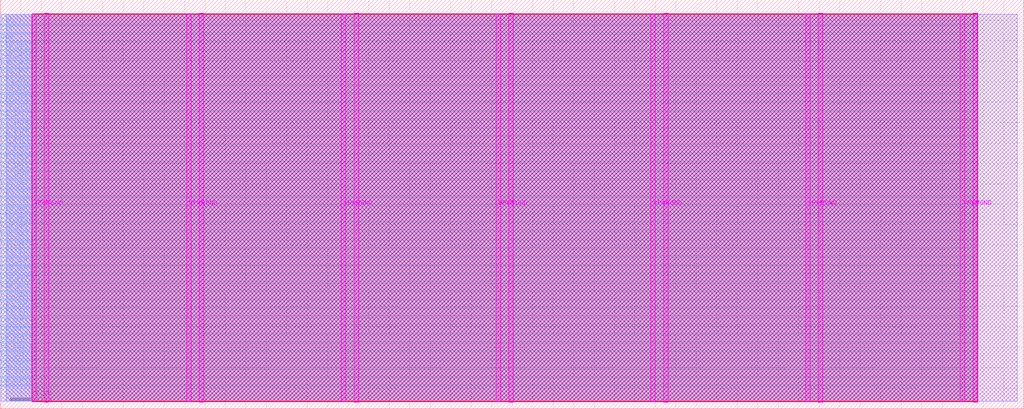
<source format=lef>
VERSION 5.7 ;
  NOWIREEXTENSIONATPIN ON ;
  DIVIDERCHAR "/" ;
  BUSBITCHARS "[]" ;
MACRO heichips25_template
  CLASS BLOCK ;
  FOREIGN heichips25_template ;
  ORIGIN 0.000 0.000 ;
  SIZE 500.000 BY 200.000 ;
  PIN VGND
    DIRECTION INOUT ;
    USE GROUND ;
    PORT
      LAYER TopMetal1 ;
        RECT 21.580 3.150 23.780 193.410 ;
    END
    PORT
      LAYER TopMetal1 ;
        RECT 97.180 3.150 99.380 193.410 ;
    END
    PORT
      LAYER TopMetal1 ;
        RECT 172.780 3.150 174.980 193.410 ;
    END
    PORT
      LAYER TopMetal1 ;
        RECT 248.380 3.150 250.580 193.410 ;
    END
    PORT
      LAYER TopMetal1 ;
        RECT 323.980 3.150 326.180 193.410 ;
    END
    PORT
      LAYER TopMetal1 ;
        RECT 399.580 3.150 401.780 193.410 ;
    END
    PORT
      LAYER TopMetal1 ;
        RECT 475.180 3.150 477.380 193.410 ;
    END
  END VGND
  PIN VPWR
    DIRECTION INOUT ;
    USE POWER ;
    PORT
      LAYER TopMetal1 ;
        RECT 15.380 3.560 17.580 193.000 ;
    END
    PORT
      LAYER TopMetal1 ;
        RECT 90.980 3.560 93.180 193.000 ;
    END
    PORT
      LAYER TopMetal1 ;
        RECT 166.580 3.560 168.780 193.000 ;
    END
    PORT
      LAYER TopMetal1 ;
        RECT 242.180 3.560 244.380 193.000 ;
    END
    PORT
      LAYER TopMetal1 ;
        RECT 317.780 3.560 319.980 193.000 ;
    END
    PORT
      LAYER TopMetal1 ;
        RECT 393.380 3.560 395.580 193.000 ;
    END
    PORT
      LAYER TopMetal1 ;
        RECT 468.980 3.560 471.180 193.000 ;
    END
  END VPWR
  PIN clk
    DIRECTION INPUT ;
    USE SIGNAL ;
    ANTENNAGATEAREA 0.725400 ;
    PORT
      LAYER Metal3 ;
        RECT 0.000 183.340 0.400 183.740 ;
    END
  END clk
  PIN ena
    DIRECTION INPUT ;
    USE SIGNAL ;
    PORT
      LAYER Metal3 ;
        RECT 0.000 179.140 0.400 179.540 ;
    END
  END ena
  PIN rst_n
    DIRECTION INPUT ;
    USE SIGNAL ;
    ANTENNAGATEAREA 0.725400 ;
    PORT
      LAYER Metal3 ;
        RECT 0.000 187.540 0.400 187.940 ;
    END
  END rst_n
  PIN ui_in[0]
    DIRECTION INPUT ;
    USE SIGNAL ;
    PORT
      LAYER Metal3 ;
        RECT 0.000 111.940 0.400 112.340 ;
    END
  END ui_in[0]
  PIN ui_in[1]
    DIRECTION INPUT ;
    USE SIGNAL ;
    ANTENNAGATEAREA 0.213200 ;
    PORT
      LAYER Metal3 ;
        RECT 0.000 116.140 0.400 116.540 ;
    END
  END ui_in[1]
  PIN ui_in[2]
    DIRECTION INPUT ;
    USE SIGNAL ;
    ANTENNAGATEAREA 0.213200 ;
    PORT
      LAYER Metal3 ;
        RECT 0.000 120.340 0.400 120.740 ;
    END
  END ui_in[2]
  PIN ui_in[3]
    DIRECTION INPUT ;
    USE SIGNAL ;
    ANTENNAGATEAREA 0.213200 ;
    PORT
      LAYER Metal3 ;
        RECT 0.000 124.540 0.400 124.940 ;
    END
  END ui_in[3]
  PIN ui_in[4]
    DIRECTION INPUT ;
    USE SIGNAL ;
    ANTENNAGATEAREA 0.213200 ;
    PORT
      LAYER Metal3 ;
        RECT 0.000 128.740 0.400 129.140 ;
    END
  END ui_in[4]
  PIN ui_in[5]
    DIRECTION INPUT ;
    USE SIGNAL ;
    ANTENNAGATEAREA 0.213200 ;
    PORT
      LAYER Metal3 ;
        RECT 0.000 132.940 0.400 133.340 ;
    END
  END ui_in[5]
  PIN ui_in[6]
    DIRECTION INPUT ;
    USE SIGNAL ;
    ANTENNAGATEAREA 0.213200 ;
    PORT
      LAYER Metal3 ;
        RECT 0.000 137.140 0.400 137.540 ;
    END
  END ui_in[6]
  PIN ui_in[7]
    DIRECTION INPUT ;
    USE SIGNAL ;
    ANTENNAGATEAREA 0.213200 ;
    PORT
      LAYER Metal3 ;
        RECT 0.000 141.340 0.400 141.740 ;
    END
  END ui_in[7]
  PIN uio_in[0]
    DIRECTION INPUT ;
    USE SIGNAL ;
    ANTENNAGATEAREA 0.180700 ;
    PORT
      LAYER Metal3 ;
        RECT 0.000 145.540 0.400 145.940 ;
    END
  END uio_in[0]
  PIN uio_in[1]
    DIRECTION INPUT ;
    USE SIGNAL ;
    ANTENNAGATEAREA 0.180700 ;
    PORT
      LAYER Metal3 ;
        RECT 0.000 149.740 0.400 150.140 ;
    END
  END uio_in[1]
  PIN uio_in[2]
    DIRECTION INPUT ;
    USE SIGNAL ;
    ANTENNAGATEAREA 0.180700 ;
    PORT
      LAYER Metal3 ;
        RECT 0.000 153.940 0.400 154.340 ;
    END
  END uio_in[2]
  PIN uio_in[3]
    DIRECTION INPUT ;
    USE SIGNAL ;
    ANTENNAGATEAREA 0.180700 ;
    PORT
      LAYER Metal3 ;
        RECT 0.000 158.140 0.400 158.540 ;
    END
  END uio_in[3]
  PIN uio_in[4]
    DIRECTION INPUT ;
    USE SIGNAL ;
    ANTENNAGATEAREA 0.213200 ;
    PORT
      LAYER Metal3 ;
        RECT 0.000 162.340 0.400 162.740 ;
    END
  END uio_in[4]
  PIN uio_in[5]
    DIRECTION INPUT ;
    USE SIGNAL ;
    ANTENNAGATEAREA 0.213200 ;
    PORT
      LAYER Metal3 ;
        RECT 0.000 166.540 0.400 166.940 ;
    END
  END uio_in[5]
  PIN uio_in[6]
    DIRECTION INPUT ;
    USE SIGNAL ;
    ANTENNAGATEAREA 0.213200 ;
    PORT
      LAYER Metal3 ;
        RECT 0.000 170.740 0.400 171.140 ;
    END
  END uio_in[6]
  PIN uio_in[7]
    DIRECTION INPUT ;
    USE SIGNAL ;
    ANTENNAGATEAREA 0.213200 ;
    PORT
      LAYER Metal3 ;
        RECT 0.000 174.940 0.400 175.340 ;
    END
  END uio_in[7]
  PIN uio_oe[0]
    DIRECTION OUTPUT ;
    USE SIGNAL ;
    ANTENNADIFFAREA 0.392700 ;
    PORT
      LAYER Metal3 ;
        RECT 0.000 78.340 0.400 78.740 ;
    END
  END uio_oe[0]
  PIN uio_oe[1]
    DIRECTION OUTPUT ;
    USE SIGNAL ;
    ANTENNADIFFAREA 0.392700 ;
    PORT
      LAYER Metal3 ;
        RECT 0.000 82.540 0.400 82.940 ;
    END
  END uio_oe[1]
  PIN uio_oe[2]
    DIRECTION OUTPUT ;
    USE SIGNAL ;
    ANTENNADIFFAREA 0.392700 ;
    PORT
      LAYER Metal3 ;
        RECT 0.000 86.740 0.400 87.140 ;
    END
  END uio_oe[2]
  PIN uio_oe[3]
    DIRECTION OUTPUT ;
    USE SIGNAL ;
    ANTENNADIFFAREA 0.392700 ;
    PORT
      LAYER Metal3 ;
        RECT 0.000 90.940 0.400 91.340 ;
    END
  END uio_oe[3]
  PIN uio_oe[4]
    DIRECTION OUTPUT ;
    USE SIGNAL ;
    ANTENNADIFFAREA 0.392700 ;
    PORT
      LAYER Metal3 ;
        RECT 0.000 95.140 0.400 95.540 ;
    END
  END uio_oe[4]
  PIN uio_oe[5]
    DIRECTION OUTPUT ;
    USE SIGNAL ;
    ANTENNADIFFAREA 0.392700 ;
    PORT
      LAYER Metal3 ;
        RECT 0.000 99.340 0.400 99.740 ;
    END
  END uio_oe[5]
  PIN uio_oe[6]
    DIRECTION OUTPUT ;
    USE SIGNAL ;
    ANTENNADIFFAREA 0.392700 ;
    PORT
      LAYER Metal3 ;
        RECT 0.000 103.540 0.400 103.940 ;
    END
  END uio_oe[6]
  PIN uio_oe[7]
    DIRECTION OUTPUT ;
    USE SIGNAL ;
    ANTENNADIFFAREA 0.392700 ;
    PORT
      LAYER Metal3 ;
        RECT 0.000 107.740 0.400 108.140 ;
    END
  END uio_oe[7]
  PIN uio_out[0]
    DIRECTION OUTPUT ;
    USE SIGNAL ;
    ANTENNADIFFAREA 0.708600 ;
    PORT
      LAYER Metal3 ;
        RECT 0.000 44.740 0.400 45.140 ;
    END
  END uio_out[0]
  PIN uio_out[1]
    DIRECTION OUTPUT ;
    USE SIGNAL ;
    ANTENNADIFFAREA 0.708600 ;
    PORT
      LAYER Metal3 ;
        RECT 0.000 48.940 0.400 49.340 ;
    END
  END uio_out[1]
  PIN uio_out[2]
    DIRECTION OUTPUT ;
    USE SIGNAL ;
    ANTENNADIFFAREA 0.708600 ;
    PORT
      LAYER Metal3 ;
        RECT 0.000 53.140 0.400 53.540 ;
    END
  END uio_out[2]
  PIN uio_out[3]
    DIRECTION OUTPUT ;
    USE SIGNAL ;
    ANTENNADIFFAREA 0.708600 ;
    PORT
      LAYER Metal3 ;
        RECT 0.000 57.340 0.400 57.740 ;
    END
  END uio_out[3]
  PIN uio_out[4]
    DIRECTION OUTPUT ;
    USE SIGNAL ;
    ANTENNADIFFAREA 0.299200 ;
    PORT
      LAYER Metal3 ;
        RECT 0.000 61.540 0.400 61.940 ;
    END
  END uio_out[4]
  PIN uio_out[5]
    DIRECTION OUTPUT ;
    USE SIGNAL ;
    ANTENNADIFFAREA 0.299200 ;
    PORT
      LAYER Metal3 ;
        RECT 0.000 65.740 0.400 66.140 ;
    END
  END uio_out[5]
  PIN uio_out[6]
    DIRECTION OUTPUT ;
    USE SIGNAL ;
    ANTENNADIFFAREA 0.299200 ;
    PORT
      LAYER Metal3 ;
        RECT 0.000 69.940 0.400 70.340 ;
    END
  END uio_out[6]
  PIN uio_out[7]
    DIRECTION OUTPUT ;
    USE SIGNAL ;
    ANTENNADIFFAREA 0.299200 ;
    PORT
      LAYER Metal3 ;
        RECT 0.000 74.140 0.400 74.540 ;
    END
  END uio_out[7]
  PIN uo_out[0]
    DIRECTION OUTPUT ;
    USE SIGNAL ;
    ANTENNADIFFAREA 0.708600 ;
    PORT
      LAYER Metal3 ;
        RECT 0.000 11.140 0.400 11.540 ;
    END
  END uo_out[0]
  PIN uo_out[1]
    DIRECTION OUTPUT ;
    USE SIGNAL ;
    ANTENNADIFFAREA 0.708600 ;
    PORT
      LAYER Metal3 ;
        RECT 0.000 15.340 0.400 15.740 ;
    END
  END uo_out[1]
  PIN uo_out[2]
    DIRECTION OUTPUT ;
    USE SIGNAL ;
    ANTENNADIFFAREA 0.708600 ;
    PORT
      LAYER Metal3 ;
        RECT 0.000 19.540 0.400 19.940 ;
    END
  END uo_out[2]
  PIN uo_out[3]
    DIRECTION OUTPUT ;
    USE SIGNAL ;
    ANTENNADIFFAREA 0.708600 ;
    PORT
      LAYER Metal3 ;
        RECT 0.000 23.740 0.400 24.140 ;
    END
  END uo_out[3]
  PIN uo_out[4]
    DIRECTION OUTPUT ;
    USE SIGNAL ;
    ANTENNADIFFAREA 0.708600 ;
    PORT
      LAYER Metal3 ;
        RECT 0.000 27.940 0.400 28.340 ;
    END
  END uo_out[4]
  PIN uo_out[5]
    DIRECTION OUTPUT ;
    USE SIGNAL ;
    ANTENNADIFFAREA 0.708600 ;
    PORT
      LAYER Metal3 ;
        RECT 0.000 32.140 0.400 32.540 ;
    END
  END uo_out[5]
  PIN uo_out[6]
    DIRECTION OUTPUT ;
    USE SIGNAL ;
    ANTENNADIFFAREA 0.708600 ;
    PORT
      LAYER Metal3 ;
        RECT 0.000 36.340 0.400 36.740 ;
    END
  END uo_out[6]
  PIN uo_out[7]
    DIRECTION OUTPUT ;
    USE SIGNAL ;
    ANTENNADIFFAREA 0.708600 ;
    PORT
      LAYER Metal3 ;
        RECT 0.000 40.540 0.400 40.940 ;
    END
  END uo_out[7]
  OBS
      LAYER GatPoly ;
        RECT 2.880 3.630 496.800 192.930 ;
      LAYER Metal1 ;
        RECT 2.880 3.560 496.800 193.000 ;
      LAYER Metal2 ;
        RECT 0.375 3.635 477.200 192.925 ;
      LAYER Metal3 ;
        RECT 0.380 188.150 477.245 192.880 ;
        RECT 0.610 187.330 477.245 188.150 ;
        RECT 0.380 183.950 477.245 187.330 ;
        RECT 0.610 183.130 477.245 183.950 ;
        RECT 0.380 179.750 477.245 183.130 ;
        RECT 0.610 178.930 477.245 179.750 ;
        RECT 0.380 175.550 477.245 178.930 ;
        RECT 0.610 174.730 477.245 175.550 ;
        RECT 0.380 171.350 477.245 174.730 ;
        RECT 0.610 170.530 477.245 171.350 ;
        RECT 0.380 167.150 477.245 170.530 ;
        RECT 0.610 166.330 477.245 167.150 ;
        RECT 0.380 162.950 477.245 166.330 ;
        RECT 0.610 162.130 477.245 162.950 ;
        RECT 0.380 158.750 477.245 162.130 ;
        RECT 0.610 157.930 477.245 158.750 ;
        RECT 0.380 154.550 477.245 157.930 ;
        RECT 0.610 153.730 477.245 154.550 ;
        RECT 0.380 150.350 477.245 153.730 ;
        RECT 0.610 149.530 477.245 150.350 ;
        RECT 0.380 146.150 477.245 149.530 ;
        RECT 0.610 145.330 477.245 146.150 ;
        RECT 0.380 141.950 477.245 145.330 ;
        RECT 0.610 141.130 477.245 141.950 ;
        RECT 0.380 137.750 477.245 141.130 ;
        RECT 0.610 136.930 477.245 137.750 ;
        RECT 0.380 133.550 477.245 136.930 ;
        RECT 0.610 132.730 477.245 133.550 ;
        RECT 0.380 129.350 477.245 132.730 ;
        RECT 0.610 128.530 477.245 129.350 ;
        RECT 0.380 125.150 477.245 128.530 ;
        RECT 0.610 124.330 477.245 125.150 ;
        RECT 0.380 120.950 477.245 124.330 ;
        RECT 0.610 120.130 477.245 120.950 ;
        RECT 0.380 116.750 477.245 120.130 ;
        RECT 0.610 115.930 477.245 116.750 ;
        RECT 0.380 112.550 477.245 115.930 ;
        RECT 0.610 111.730 477.245 112.550 ;
        RECT 0.380 108.350 477.245 111.730 ;
        RECT 0.610 107.530 477.245 108.350 ;
        RECT 0.380 104.150 477.245 107.530 ;
        RECT 0.610 103.330 477.245 104.150 ;
        RECT 0.380 99.950 477.245 103.330 ;
        RECT 0.610 99.130 477.245 99.950 ;
        RECT 0.380 95.750 477.245 99.130 ;
        RECT 0.610 94.930 477.245 95.750 ;
        RECT 0.380 91.550 477.245 94.930 ;
        RECT 0.610 90.730 477.245 91.550 ;
        RECT 0.380 87.350 477.245 90.730 ;
        RECT 0.610 86.530 477.245 87.350 ;
        RECT 0.380 83.150 477.245 86.530 ;
        RECT 0.610 82.330 477.245 83.150 ;
        RECT 0.380 78.950 477.245 82.330 ;
        RECT 0.610 78.130 477.245 78.950 ;
        RECT 0.380 74.750 477.245 78.130 ;
        RECT 0.610 73.930 477.245 74.750 ;
        RECT 0.380 70.550 477.245 73.930 ;
        RECT 0.610 69.730 477.245 70.550 ;
        RECT 0.380 66.350 477.245 69.730 ;
        RECT 0.610 65.530 477.245 66.350 ;
        RECT 0.380 62.150 477.245 65.530 ;
        RECT 0.610 61.330 477.245 62.150 ;
        RECT 0.380 57.950 477.245 61.330 ;
        RECT 0.610 57.130 477.245 57.950 ;
        RECT 0.380 53.750 477.245 57.130 ;
        RECT 0.610 52.930 477.245 53.750 ;
        RECT 0.380 49.550 477.245 52.930 ;
        RECT 0.610 48.730 477.245 49.550 ;
        RECT 0.380 45.350 477.245 48.730 ;
        RECT 0.610 44.530 477.245 45.350 ;
        RECT 0.380 41.150 477.245 44.530 ;
        RECT 0.610 40.330 477.245 41.150 ;
        RECT 0.380 36.950 477.245 40.330 ;
        RECT 0.610 36.130 477.245 36.950 ;
        RECT 0.380 32.750 477.245 36.130 ;
        RECT 0.610 31.930 477.245 32.750 ;
        RECT 0.380 28.550 477.245 31.930 ;
        RECT 0.610 27.730 477.245 28.550 ;
        RECT 0.380 24.350 477.245 27.730 ;
        RECT 0.610 23.530 477.245 24.350 ;
        RECT 0.380 20.150 477.245 23.530 ;
        RECT 0.610 19.330 477.245 20.150 ;
        RECT 0.380 15.950 477.245 19.330 ;
        RECT 0.610 15.130 477.245 15.950 ;
        RECT 0.380 11.750 477.245 15.130 ;
        RECT 0.610 10.930 477.245 11.750 ;
        RECT 0.380 3.680 477.245 10.930 ;
      LAYER Metal4 ;
        RECT 15.560 3.635 477.200 192.925 ;
      LAYER Metal5 ;
        RECT 15.515 3.470 477.245 193.090 ;
  END
END heichips25_template
END LIBRARY


</source>
